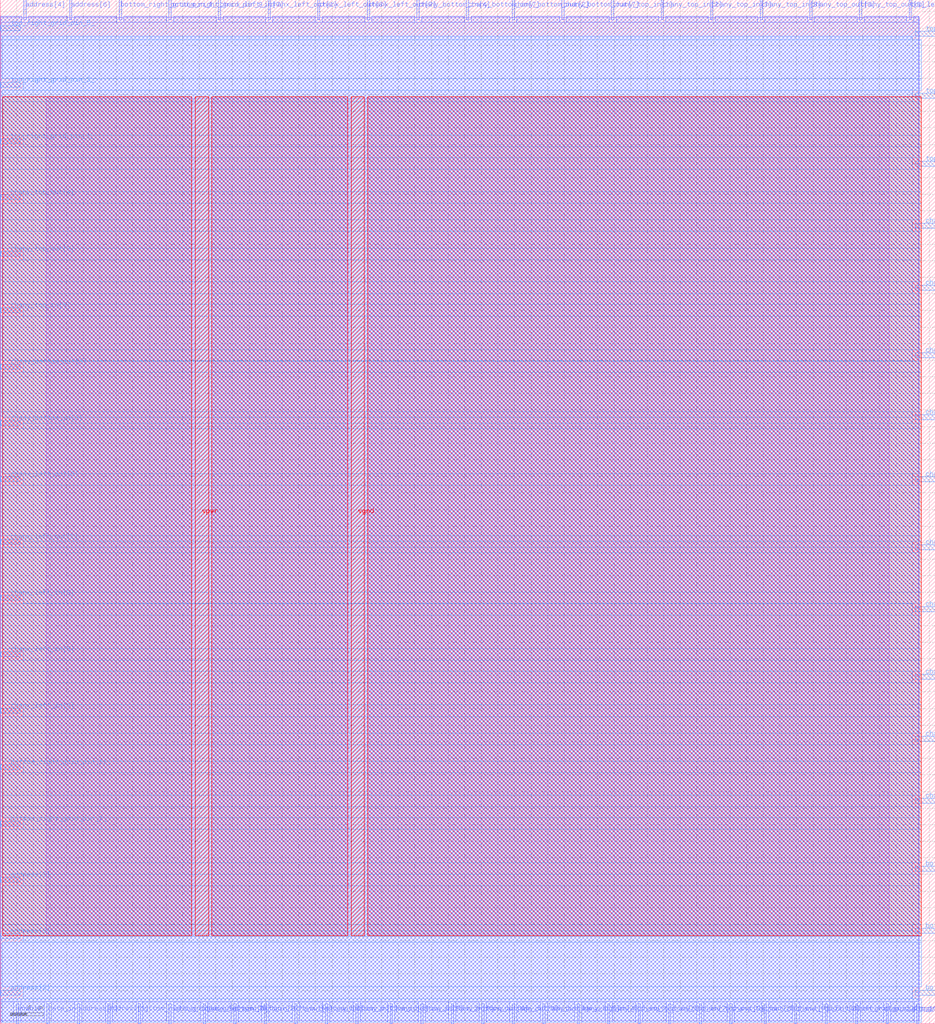
<source format=lef>
VERSION 5.7 ;
  NOWIREEXTENSIONATPIN ON ;
  DIVIDERCHAR "/" ;
  BUSBITCHARS "[]" ;
MACRO sb_3__1_
  CLASS BLOCK ;
  FOREIGN sb_3__1_ ;
  ORIGIN 0.000 0.000 ;
  SIZE 112.730 BY 123.450 ;
  PIN address[0]
    DIRECTION INPUT ;
    PORT
      LAYER met2 ;
        RECT 9.290 0.000 9.570 2.400 ;
    END
  END address[0]
  PIN address[1]
    DIRECTION INPUT ;
    PORT
      LAYER met2 ;
        RECT 12.970 0.000 13.250 2.400 ;
    END
  END address[1]
  PIN address[2]
    DIRECTION INPUT ;
    PORT
      LAYER met3 ;
        RECT 0.000 3.440 2.400 4.040 ;
    END
  END address[2]
  PIN address[3]
    DIRECTION INPUT ;
    PORT
      LAYER met3 ;
        RECT 0.000 10.240 2.400 10.840 ;
    END
  END address[3]
  PIN address[4]
    DIRECTION INPUT ;
    PORT
      LAYER met2 ;
        RECT 2.850 121.050 3.130 123.450 ;
    END
  END address[4]
  PIN address[5]
    DIRECTION INPUT ;
    PORT
      LAYER met3 ;
        RECT 0.000 17.040 2.400 17.640 ;
    END
  END address[5]
  PIN address[6]
    DIRECTION INPUT ;
    PORT
      LAYER met2 ;
        RECT 8.370 121.050 8.650 123.450 ;
    END
  END address[6]
  PIN bottom_left_grid_pin_13_
    DIRECTION INPUT ;
    PORT
      LAYER met3 ;
        RECT 110.330 3.440 112.730 4.040 ;
    END
  END bottom_left_grid_pin_13_
  PIN bottom_right_grid_pin_11_
    DIRECTION INPUT ;
    PORT
      LAYER met3 ;
        RECT 0.000 30.640 2.400 31.240 ;
    END
  END bottom_right_grid_pin_11_
  PIN bottom_right_grid_pin_13_
    DIRECTION INPUT ;
    PORT
      LAYER met3 ;
        RECT 110.330 18.400 112.730 19.000 ;
    END
  END bottom_right_grid_pin_13_
  PIN bottom_right_grid_pin_15_
    DIRECTION INPUT ;
    PORT
      LAYER met2 ;
        RECT 20.330 0.000 20.610 2.400 ;
    END
  END bottom_right_grid_pin_15_
  PIN bottom_right_grid_pin_1_
    DIRECTION INPUT ;
    PORT
      LAYER met2 ;
        RECT 14.350 121.050 14.630 123.450 ;
    END
  END bottom_right_grid_pin_1_
  PIN bottom_right_grid_pin_3_
    DIRECTION INPUT ;
    PORT
      LAYER met2 ;
        RECT 16.650 0.000 16.930 2.400 ;
    END
  END bottom_right_grid_pin_3_
  PIN bottom_right_grid_pin_5_
    DIRECTION INPUT ;
    PORT
      LAYER met3 ;
        RECT 110.330 10.920 112.730 11.520 ;
    END
  END bottom_right_grid_pin_5_
  PIN bottom_right_grid_pin_7_
    DIRECTION INPUT ;
    PORT
      LAYER met3 ;
        RECT 0.000 23.840 2.400 24.440 ;
    END
  END bottom_right_grid_pin_7_
  PIN bottom_right_grid_pin_9_
    DIRECTION INPUT ;
    PORT
      LAYER met2 ;
        RECT 20.330 121.050 20.610 123.450 ;
    END
  END bottom_right_grid_pin_9_
  PIN chanx_left_in[0]
    DIRECTION INPUT ;
    PORT
      LAYER met3 ;
        RECT 0.000 37.440 2.400 38.040 ;
    END
  END chanx_left_in[0]
  PIN chanx_left_in[1]
    DIRECTION INPUT ;
    PORT
      LAYER met2 ;
        RECT 24.470 0.000 24.750 2.400 ;
    END
  END chanx_left_in[1]
  PIN chanx_left_in[2]
    DIRECTION INPUT ;
    PORT
      LAYER met2 ;
        RECT 28.150 0.000 28.430 2.400 ;
    END
  END chanx_left_in[2]
  PIN chanx_left_in[3]
    DIRECTION INPUT ;
    PORT
      LAYER met3 ;
        RECT 110.330 26.560 112.730 27.160 ;
    END
  END chanx_left_in[3]
  PIN chanx_left_in[4]
    DIRECTION INPUT ;
    PORT
      LAYER met3 ;
        RECT 110.330 34.040 112.730 34.640 ;
    END
  END chanx_left_in[4]
  PIN chanx_left_in[5]
    DIRECTION INPUT ;
    PORT
      LAYER met3 ;
        RECT 0.000 44.240 2.400 44.840 ;
    END
  END chanx_left_in[5]
  PIN chanx_left_in[6]
    DIRECTION INPUT ;
    PORT
      LAYER met3 ;
        RECT 110.330 41.520 112.730 42.120 ;
    END
  END chanx_left_in[6]
  PIN chanx_left_in[7]
    DIRECTION INPUT ;
    PORT
      LAYER met2 ;
        RECT 26.310 121.050 26.590 123.450 ;
    END
  END chanx_left_in[7]
  PIN chanx_left_in[8]
    DIRECTION INPUT ;
    PORT
      LAYER met3 ;
        RECT 0.000 51.040 2.400 51.640 ;
    END
  END chanx_left_in[8]
  PIN chanx_left_out[0]
    DIRECTION OUTPUT TRISTATE ;
    PORT
      LAYER met2 ;
        RECT 31.830 0.000 32.110 2.400 ;
    END
  END chanx_left_out[0]
  PIN chanx_left_out[1]
    DIRECTION OUTPUT TRISTATE ;
    PORT
      LAYER met2 ;
        RECT 32.290 121.050 32.570 123.450 ;
    END
  END chanx_left_out[1]
  PIN chanx_left_out[2]
    DIRECTION OUTPUT TRISTATE ;
    PORT
      LAYER met3 ;
        RECT 0.000 57.840 2.400 58.440 ;
    END
  END chanx_left_out[2]
  PIN chanx_left_out[3]
    DIRECTION OUTPUT TRISTATE ;
    PORT
      LAYER met2 ;
        RECT 38.270 121.050 38.550 123.450 ;
    END
  END chanx_left_out[3]
  PIN chanx_left_out[4]
    DIRECTION OUTPUT TRISTATE ;
    PORT
      LAYER met3 ;
        RECT 110.330 49.680 112.730 50.280 ;
    END
  END chanx_left_out[4]
  PIN chanx_left_out[5]
    DIRECTION OUTPUT TRISTATE ;
    PORT
      LAYER met3 ;
        RECT 110.330 57.160 112.730 57.760 ;
    END
  END chanx_left_out[5]
  PIN chanx_left_out[6]
    DIRECTION OUTPUT TRISTATE ;
    PORT
      LAYER met2 ;
        RECT 35.510 0.000 35.790 2.400 ;
    END
  END chanx_left_out[6]
  PIN chanx_left_out[7]
    DIRECTION OUTPUT TRISTATE ;
    PORT
      LAYER met2 ;
        RECT 44.250 121.050 44.530 123.450 ;
    END
  END chanx_left_out[7]
  PIN chanx_left_out[8]
    DIRECTION OUTPUT TRISTATE ;
    PORT
      LAYER met3 ;
        RECT 0.000 65.320 2.400 65.920 ;
    END
  END chanx_left_out[8]
  PIN chany_bottom_in[0]
    DIRECTION INPUT ;
    PORT
      LAYER met3 ;
        RECT 0.000 72.120 2.400 72.720 ;
    END
  END chany_bottom_in[0]
  PIN chany_bottom_in[1]
    DIRECTION INPUT ;
    PORT
      LAYER met3 ;
        RECT 110.330 65.320 112.730 65.920 ;
    END
  END chany_bottom_in[1]
  PIN chany_bottom_in[2]
    DIRECTION INPUT ;
    PORT
      LAYER met2 ;
        RECT 39.190 0.000 39.470 2.400 ;
    END
  END chany_bottom_in[2]
  PIN chany_bottom_in[3]
    DIRECTION INPUT ;
    PORT
      LAYER met2 ;
        RECT 42.870 0.000 43.150 2.400 ;
    END
  END chany_bottom_in[3]
  PIN chany_bottom_in[4]
    DIRECTION INPUT ;
    PORT
      LAYER met2 ;
        RECT 50.230 121.050 50.510 123.450 ;
    END
  END chany_bottom_in[4]
  PIN chany_bottom_in[5]
    DIRECTION INPUT ;
    PORT
      LAYER met2 ;
        RECT 47.010 0.000 47.290 2.400 ;
    END
  END chany_bottom_in[5]
  PIN chany_bottom_in[6]
    DIRECTION INPUT ;
    PORT
      LAYER met2 ;
        RECT 50.690 0.000 50.970 2.400 ;
    END
  END chany_bottom_in[6]
  PIN chany_bottom_in[7]
    DIRECTION INPUT ;
    PORT
      LAYER met2 ;
        RECT 56.210 121.050 56.490 123.450 ;
    END
  END chany_bottom_in[7]
  PIN chany_bottom_in[8]
    DIRECTION INPUT ;
    PORT
      LAYER met3 ;
        RECT 110.330 72.800 112.730 73.400 ;
    END
  END chany_bottom_in[8]
  PIN chany_bottom_out[0]
    DIRECTION OUTPUT TRISTATE ;
    PORT
      LAYER met2 ;
        RECT 54.370 0.000 54.650 2.400 ;
    END
  END chany_bottom_out[0]
  PIN chany_bottom_out[1]
    DIRECTION OUTPUT TRISTATE ;
    PORT
      LAYER met2 ;
        RECT 58.050 0.000 58.330 2.400 ;
    END
  END chany_bottom_out[1]
  PIN chany_bottom_out[2]
    DIRECTION OUTPUT TRISTATE ;
    PORT
      LAYER met2 ;
        RECT 61.730 121.050 62.010 123.450 ;
    END
  END chany_bottom_out[2]
  PIN chany_bottom_out[3]
    DIRECTION OUTPUT TRISTATE ;
    PORT
      LAYER met3 ;
        RECT 0.000 78.920 2.400 79.520 ;
    END
  END chany_bottom_out[3]
  PIN chany_bottom_out[4]
    DIRECTION OUTPUT TRISTATE ;
    PORT
      LAYER met2 ;
        RECT 61.730 0.000 62.010 2.400 ;
    END
  END chany_bottom_out[4]
  PIN chany_bottom_out[5]
    DIRECTION OUTPUT TRISTATE ;
    PORT
      LAYER met2 ;
        RECT 65.410 0.000 65.690 2.400 ;
    END
  END chany_bottom_out[5]
  PIN chany_bottom_out[6]
    DIRECTION OUTPUT TRISTATE ;
    PORT
      LAYER met3 ;
        RECT 110.330 80.280 112.730 80.880 ;
    END
  END chany_bottom_out[6]
  PIN chany_bottom_out[7]
    DIRECTION OUTPUT TRISTATE ;
    PORT
      LAYER met2 ;
        RECT 67.710 121.050 67.990 123.450 ;
    END
  END chany_bottom_out[7]
  PIN chany_bottom_out[8]
    DIRECTION OUTPUT TRISTATE ;
    PORT
      LAYER met3 ;
        RECT 110.330 88.440 112.730 89.040 ;
    END
  END chany_bottom_out[8]
  PIN chany_top_in[0]
    DIRECTION INPUT ;
    PORT
      LAYER met3 ;
        RECT 0.000 85.720 2.400 86.320 ;
    END
  END chany_top_in[0]
  PIN chany_top_in[1]
    DIRECTION INPUT ;
    PORT
      LAYER met2 ;
        RECT 73.690 121.050 73.970 123.450 ;
    END
  END chany_top_in[1]
  PIN chany_top_in[2]
    DIRECTION INPUT ;
    PORT
      LAYER met2 ;
        RECT 79.670 121.050 79.950 123.450 ;
    END
  END chany_top_in[2]
  PIN chany_top_in[3]
    DIRECTION INPUT ;
    PORT
      LAYER met2 ;
        RECT 85.650 121.050 85.930 123.450 ;
    END
  END chany_top_in[3]
  PIN chany_top_in[4]
    DIRECTION INPUT ;
    PORT
      LAYER met2 ;
        RECT 69.550 0.000 69.830 2.400 ;
    END
  END chany_top_in[4]
  PIN chany_top_in[5]
    DIRECTION INPUT ;
    PORT
      LAYER met2 ;
        RECT 73.230 0.000 73.510 2.400 ;
    END
  END chany_top_in[5]
  PIN chany_top_in[6]
    DIRECTION INPUT ;
    PORT
      LAYER met2 ;
        RECT 76.910 0.000 77.190 2.400 ;
    END
  END chany_top_in[6]
  PIN chany_top_in[7]
    DIRECTION INPUT ;
    PORT
      LAYER met2 ;
        RECT 80.590 0.000 80.870 2.400 ;
    END
  END chany_top_in[7]
  PIN chany_top_in[8]
    DIRECTION INPUT ;
    PORT
      LAYER met2 ;
        RECT 91.630 121.050 91.910 123.450 ;
    END
  END chany_top_in[8]
  PIN chany_top_out[0]
    DIRECTION OUTPUT TRISTATE ;
    PORT
      LAYER met3 ;
        RECT 0.000 92.520 2.400 93.120 ;
    END
  END chany_top_out[0]
  PIN chany_top_out[1]
    DIRECTION OUTPUT TRISTATE ;
    PORT
      LAYER met3 ;
        RECT 110.330 95.920 112.730 96.520 ;
    END
  END chany_top_out[1]
  PIN chany_top_out[2]
    DIRECTION OUTPUT TRISTATE ;
    PORT
      LAYER met2 ;
        RECT 84.270 0.000 84.550 2.400 ;
    END
  END chany_top_out[2]
  PIN chany_top_out[3]
    DIRECTION OUTPUT TRISTATE ;
    PORT
      LAYER met2 ;
        RECT 97.610 121.050 97.890 123.450 ;
    END
  END chany_top_out[3]
  PIN chany_top_out[4]
    DIRECTION OUTPUT TRISTATE ;
    PORT
      LAYER met3 ;
        RECT 0.000 99.320 2.400 99.920 ;
    END
  END chany_top_out[4]
  PIN chany_top_out[5]
    DIRECTION OUTPUT TRISTATE ;
    PORT
      LAYER met2 ;
        RECT 103.590 121.050 103.870 123.450 ;
    END
  END chany_top_out[5]
  PIN chany_top_out[6]
    DIRECTION OUTPUT TRISTATE ;
    PORT
      LAYER met2 ;
        RECT 87.950 0.000 88.230 2.400 ;
    END
  END chany_top_out[6]
  PIN chany_top_out[7]
    DIRECTION OUTPUT TRISTATE ;
    PORT
      LAYER met2 ;
        RECT 92.090 0.000 92.370 2.400 ;
    END
  END chany_top_out[7]
  PIN chany_top_out[8]
    DIRECTION OUTPUT TRISTATE ;
    PORT
      LAYER met2 ;
        RECT 95.770 0.000 96.050 2.400 ;
    END
  END chany_top_out[8]
  PIN data_in
    DIRECTION INPUT ;
    PORT
      LAYER met2 ;
        RECT 5.610 0.000 5.890 2.400 ;
    END
  END data_in
  PIN enable
    DIRECTION INPUT ;
    PORT
      LAYER met2 ;
        RECT 1.930 0.000 2.210 2.400 ;
    END
  END enable
  PIN left_bottom_grid_pin_12_
    DIRECTION INPUT ;
    PORT
      LAYER met2 ;
        RECT 99.450 0.000 99.730 2.400 ;
    END
  END left_bottom_grid_pin_12_
  PIN left_top_grid_pin_10_
    DIRECTION INPUT ;
    PORT
      LAYER met2 ;
        RECT 103.130 0.000 103.410 2.400 ;
    END
  END left_top_grid_pin_10_
  PIN top_left_grid_pin_13_
    DIRECTION INPUT ;
    PORT
      LAYER met2 ;
        RECT 109.570 121.050 109.850 123.450 ;
    END
  END top_left_grid_pin_13_
  PIN top_right_grid_pin_11_
    DIRECTION INPUT ;
    PORT
      LAYER met3 ;
        RECT 110.330 103.400 112.730 104.000 ;
    END
  END top_right_grid_pin_11_
  PIN top_right_grid_pin_13_
    DIRECTION INPUT ;
    PORT
      LAYER met3 ;
        RECT 110.330 111.560 112.730 112.160 ;
    END
  END top_right_grid_pin_13_
  PIN top_right_grid_pin_15_
    DIRECTION INPUT ;
    PORT
      LAYER met3 ;
        RECT 110.330 119.040 112.730 119.640 ;
    END
  END top_right_grid_pin_15_
  PIN top_right_grid_pin_1_
    DIRECTION INPUT ;
    PORT
      LAYER met3 ;
        RECT 0.000 106.120 2.400 106.720 ;
    END
  END top_right_grid_pin_1_
  PIN top_right_grid_pin_3_
    DIRECTION INPUT ;
    PORT
      LAYER met3 ;
        RECT 0.000 112.920 2.400 113.520 ;
    END
  END top_right_grid_pin_3_
  PIN top_right_grid_pin_5_
    DIRECTION INPUT ;
    PORT
      LAYER met3 ;
        RECT 0.000 119.720 2.400 120.320 ;
    END
  END top_right_grid_pin_5_
  PIN top_right_grid_pin_7_
    DIRECTION INPUT ;
    PORT
      LAYER met2 ;
        RECT 106.810 0.000 107.090 2.400 ;
    END
  END top_right_grid_pin_7_
  PIN top_right_grid_pin_9_
    DIRECTION INPUT ;
    PORT
      LAYER met2 ;
        RECT 110.490 0.000 110.770 2.400 ;
    END
  END top_right_grid_pin_9_
  PIN vpwr
    DIRECTION INPUT ;
    PORT
      LAYER met4 ;
        RECT 23.510 10.640 25.110 111.760 ;
    END
  END vpwr
  PIN vgnd
    DIRECTION INPUT ;
    PORT
      LAYER met4 ;
        RECT 42.295 10.640 43.895 111.760 ;
    END
  END vgnd
  OBS
      LAYER li1 ;
        RECT 5.520 10.795 107.180 111.605 ;
      LAYER met1 ;
        RECT 0.070 0.380 110.790 121.340 ;
      LAYER met2 ;
        RECT 0.090 120.770 2.570 121.450 ;
        RECT 3.410 120.770 8.090 121.450 ;
        RECT 8.930 120.770 14.070 121.450 ;
        RECT 14.910 120.770 20.050 121.450 ;
        RECT 20.890 120.770 26.030 121.450 ;
        RECT 26.870 120.770 32.010 121.450 ;
        RECT 32.850 120.770 37.990 121.450 ;
        RECT 38.830 120.770 43.970 121.450 ;
        RECT 44.810 120.770 49.950 121.450 ;
        RECT 50.790 120.770 55.930 121.450 ;
        RECT 56.770 120.770 61.450 121.450 ;
        RECT 62.290 120.770 67.430 121.450 ;
        RECT 68.270 120.770 73.410 121.450 ;
        RECT 74.250 120.770 79.390 121.450 ;
        RECT 80.230 120.770 85.370 121.450 ;
        RECT 86.210 120.770 91.350 121.450 ;
        RECT 92.190 120.770 97.330 121.450 ;
        RECT 98.170 120.770 103.310 121.450 ;
        RECT 104.150 120.770 109.290 121.450 ;
        RECT 110.130 120.770 110.770 121.450 ;
        RECT 0.090 2.680 110.770 120.770 ;
        RECT 0.090 0.155 1.650 2.680 ;
        RECT 2.490 0.155 5.330 2.680 ;
        RECT 6.170 0.155 9.010 2.680 ;
        RECT 9.850 0.155 12.690 2.680 ;
        RECT 13.530 0.155 16.370 2.680 ;
        RECT 17.210 0.155 20.050 2.680 ;
        RECT 20.890 0.155 24.190 2.680 ;
        RECT 25.030 0.155 27.870 2.680 ;
        RECT 28.710 0.155 31.550 2.680 ;
        RECT 32.390 0.155 35.230 2.680 ;
        RECT 36.070 0.155 38.910 2.680 ;
        RECT 39.750 0.155 42.590 2.680 ;
        RECT 43.430 0.155 46.730 2.680 ;
        RECT 47.570 0.155 50.410 2.680 ;
        RECT 51.250 0.155 54.090 2.680 ;
        RECT 54.930 0.155 57.770 2.680 ;
        RECT 58.610 0.155 61.450 2.680 ;
        RECT 62.290 0.155 65.130 2.680 ;
        RECT 65.970 0.155 69.270 2.680 ;
        RECT 70.110 0.155 72.950 2.680 ;
        RECT 73.790 0.155 76.630 2.680 ;
        RECT 77.470 0.155 80.310 2.680 ;
        RECT 81.150 0.155 83.990 2.680 ;
        RECT 84.830 0.155 87.670 2.680 ;
        RECT 88.510 0.155 91.810 2.680 ;
        RECT 92.650 0.155 95.490 2.680 ;
        RECT 96.330 0.155 99.170 2.680 ;
        RECT 100.010 0.155 102.850 2.680 ;
        RECT 103.690 0.155 106.530 2.680 ;
        RECT 107.370 0.155 110.210 2.680 ;
      LAYER met3 ;
        RECT 0.270 118.640 109.930 119.040 ;
        RECT 0.270 113.920 111.050 118.640 ;
        RECT 2.800 112.560 111.050 113.920 ;
        RECT 2.800 112.520 109.930 112.560 ;
        RECT 0.270 111.160 109.930 112.520 ;
        RECT 0.270 107.120 111.050 111.160 ;
        RECT 2.800 105.720 111.050 107.120 ;
        RECT 0.270 104.400 111.050 105.720 ;
        RECT 0.270 103.000 109.930 104.400 ;
        RECT 0.270 100.320 111.050 103.000 ;
        RECT 2.800 98.920 111.050 100.320 ;
        RECT 0.270 96.920 111.050 98.920 ;
        RECT 0.270 95.520 109.930 96.920 ;
        RECT 0.270 93.520 111.050 95.520 ;
        RECT 2.800 92.120 111.050 93.520 ;
        RECT 0.270 89.440 111.050 92.120 ;
        RECT 0.270 88.040 109.930 89.440 ;
        RECT 0.270 86.720 111.050 88.040 ;
        RECT 2.800 85.320 111.050 86.720 ;
        RECT 0.270 81.280 111.050 85.320 ;
        RECT 0.270 79.920 109.930 81.280 ;
        RECT 2.800 79.880 109.930 79.920 ;
        RECT 2.800 78.520 111.050 79.880 ;
        RECT 0.270 73.800 111.050 78.520 ;
        RECT 0.270 73.120 109.930 73.800 ;
        RECT 2.800 72.400 109.930 73.120 ;
        RECT 2.800 71.720 111.050 72.400 ;
        RECT 0.270 66.320 111.050 71.720 ;
        RECT 2.800 64.920 109.930 66.320 ;
        RECT 0.270 58.840 111.050 64.920 ;
        RECT 2.800 58.160 111.050 58.840 ;
        RECT 2.800 57.440 109.930 58.160 ;
        RECT 0.270 56.760 109.930 57.440 ;
        RECT 0.270 52.040 111.050 56.760 ;
        RECT 2.800 50.680 111.050 52.040 ;
        RECT 2.800 50.640 109.930 50.680 ;
        RECT 0.270 49.280 109.930 50.640 ;
        RECT 0.270 45.240 111.050 49.280 ;
        RECT 2.800 43.840 111.050 45.240 ;
        RECT 0.270 42.520 111.050 43.840 ;
        RECT 0.270 41.120 109.930 42.520 ;
        RECT 0.270 38.440 111.050 41.120 ;
        RECT 2.800 37.040 111.050 38.440 ;
        RECT 0.270 35.040 111.050 37.040 ;
        RECT 0.270 33.640 109.930 35.040 ;
        RECT 0.270 31.640 111.050 33.640 ;
        RECT 2.800 30.240 111.050 31.640 ;
        RECT 0.270 27.560 111.050 30.240 ;
        RECT 0.270 26.160 109.930 27.560 ;
        RECT 0.270 24.840 111.050 26.160 ;
        RECT 2.800 23.440 111.050 24.840 ;
        RECT 0.270 19.400 111.050 23.440 ;
        RECT 0.270 18.040 109.930 19.400 ;
        RECT 2.800 18.000 109.930 18.040 ;
        RECT 2.800 16.640 111.050 18.000 ;
        RECT 0.270 11.920 111.050 16.640 ;
        RECT 0.270 11.240 109.930 11.920 ;
        RECT 2.800 10.520 109.930 11.240 ;
        RECT 2.800 9.840 111.050 10.520 ;
        RECT 0.270 4.440 111.050 9.840 ;
        RECT 2.800 3.040 109.930 4.440 ;
        RECT 0.270 0.175 111.050 3.040 ;
      LAYER met4 ;
        RECT 0.295 10.640 23.110 111.760 ;
        RECT 25.510 10.640 41.895 111.760 ;
        RECT 44.295 10.640 111.025 111.760 ;
  END
END sb_3__1_
END LIBRARY


</source>
